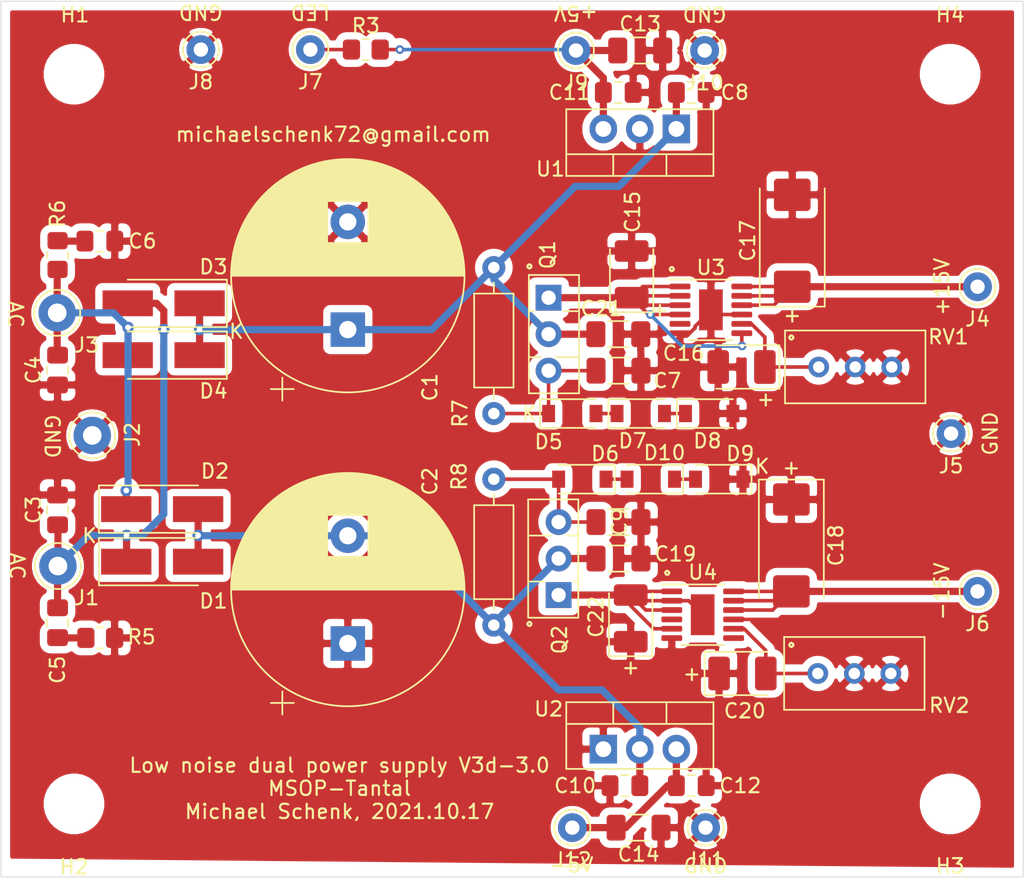
<source format=kicad_pcb>
(kicad_pcb (version 20171130) (host pcbnew "(5.1.10-0-10_14)")
  (layers (0 F.Cu signal) (31 B.Cu signal) (34 B.Paste user) (35 F.Paste user) (36 B.SilkS user) (37 F.SilkS user) (38 B.Mask user) (39 F.Mask user) (44 Edge.Cuts user))
  (net 0 "")
  (net 1 GND)
  (net 2 "Net-(C1-Pad1)")
  (net 3 "Net-(C4-Pad2)")
  (net 4 "Net-(C10-Pad2)")
  (net 5 "Net-(C11-Pad1)")
  (net 6 "Net-(C12-Pad2)")
  (net 7 "Net-(J7-Pad1)")
  (net 8 "Net-(C7-Pad1)")
  (net 9 "Net-(C9-Pad2)")
  (net 10 "Net-(C17-Pad1)")
  (net 11 "Net-(C18-Pad2)")
  (net 12 "Net-(C3-Pad1)")
  (net 13 "Net-(C5-Pad2)")
  (net 14 "Net-(C6-Pad2)")
  (net 15 "Net-(C20-Pad2)")
  (net 16 "Net-(D5-Pad2)")
  (net 17 "Net-(D10-Pad2)")
  (net 18 "Net-(D7-Pad2)")
  (net 19 "Net-(D10-Pad1)")
  (net 20 "Net-(C15-Pad1)")
  (net 21 "Net-(C16-Pad1)")
  (net 22 "Net-(C19-Pad2)")
  (module Capacitor_Tantalum_SMD:CP_EIA-7343-31_Kemet-D_Pad2.25x2.55mm_HandSolder (layer F.Cu) (at 135.001 65.8245 270)
    (fp_text reference C18 (at 0 -3.1 90) (layer F.SilkS))
    (fp_text value 33uF/25V)
    (pad 2 smd roundrect (at 3.2 0 270) (size 2.25 2.55) (layers F.Cu F.Paste F.Mask) (roundrect_rratio 0.111111) (net 11 "Net-(C18-Pad2)"))
    (pad 1 smd roundrect (at -3.2 0 270) (size 2.25 2.55) (layers F.Cu F.Paste F.Mask) (roundrect_rratio 0.111111) (net 1 GND))
  )
  (module Capacitor_Tantalum_SMD:CP_EIA-7343-31_Kemet-D_Pad2.25x2.55mm_HandSolder (layer F.Cu) (at 135.0645 44.6155 90)
    (fp_text reference C17 (at 0 -3.1 90) (layer F.SilkS))
    (fp_text value 33uF/25V)
    (pad 2 smd roundrect (at 3.2 0 90) (size 2.25 2.55) (layers F.Cu F.Paste F.Mask) (roundrect_rratio 0.111111) (net 1 GND))
    (pad 1 smd roundrect (at -3.2 0 90) (size 2.25 2.55) (layers F.Cu F.Paste F.Mask) (roundrect_rratio 0.111111) (net 10 "Net-(C17-Pad1)"))
  )
  (module Capacitor_Tantalum_SMD:CP_EIA-3528-15_AVX-H_Pad1.50x2.35mm_HandSolder (layer F.Cu) (at 131.5345 53.4035 180)
    (fp_text reference C16 (at 4.0265 0.9525) (layer F.SilkS))
    (fp_text value 4.7uF/35V)
    (pad 2 smd roundrect (at 1.625 0 180) (size 1.5 2.35) (layers F.Cu F.Paste F.Mask) (roundrect_rratio 0.166667) (net 1 GND))
    (pad 1 smd roundrect (at -1.625 0 180) (size 1.5 2.35) (layers F.Cu F.Paste F.Mask) (roundrect_rratio 0.166667) (net 21 "Net-(C16-Pad1)"))
  )
  (module Package_SO:MSOP-12-1EP_3x4mm_P0.65mm_EP1.65x2.85mm (layer F.Cu) (at 128.8325 70.6495)
    (fp_text reference U4 (at 0 -2.95) (layer F.SilkS))
    (fp_text value LT3094xMSE)
    (pad 13 smd rect (at 0 0) (size 1.65 2.85) (layers F.Cu F.Mask) (net 22 "Net-(C19-Pad2)"))
    (pad 12 smd roundrect (at 2.15 -1.625) (size 1.45 0.4) (layers F.Cu F.Paste F.Mask) (net 11 "Net-(C18-Pad2)"))
    (pad 11 smd roundrect (at 2.15 -0.975) (size 1.45 0.4) (layers F.Cu F.Paste F.Mask) (net 11 "Net-(C18-Pad2)"))
    (pad 10 smd roundrect (at 2.15 -0.325) (size 1.45 0.4) (layers F.Cu F.Paste F.Mask) (net 11 "Net-(C18-Pad2)"))
    (pad 9 smd roundrect (at 2.15 0.325) (size 1.45 0.4) (layers F.Cu F.Paste F.Mask) (net 1 GND))
    (pad 8 smd roundrect (at 2.15 0.975) (size 1.45 0.4) (layers F.Cu F.Paste F.Mask) (net 15 "Net-(C20-Pad2)"))
    (pad 7 smd roundrect (at 2.15 1.625) (size 1.45 0.4) (layers F.Cu F.Paste F.Mask))
    (pad 6 smd roundrect (at -2.15 1.625) (size 1.45 0.4) (layers F.Cu F.Paste F.Mask) (net 1 GND))
    (pad 5 smd roundrect (at -2.15 0.975) (size 1.45 0.4) (layers F.Cu F.Paste F.Mask) (net 22 "Net-(C19-Pad2)"))
    (pad 4 smd roundrect (at -2.15 0.325) (size 1.45 0.4) (layers F.Cu F.Paste F.Mask))
    (pad 3 smd roundrect (at -2.15 -0.325) (size 1.45 0.4) (layers F.Cu F.Paste F.Mask) (net 22 "Net-(C19-Pad2)"))
    (pad 2 smd roundrect (at -2.15 -0.975) (size 1.45 0.4) (layers F.Cu F.Paste F.Mask) (net 22 "Net-(C19-Pad2)"))
    (pad 1 smd roundrect (at -2.15 -1.625) (size 1.45 0.4) (layers F.Cu F.Paste F.Mask) (net 22 "Net-(C19-Pad2)"))
  )
  (module Package_SO:MSOP-12-1EP_3x4mm_P0.65mm_EP1.65x2.85mm (layer F.Cu) (at 129.404 49.4255)
    (fp_text reference U3 (at 0 -2.95) (layer F.SilkS))
    (fp_text value LT3045xMSE)
    (pad 13 smd rect (at 0 0) (size 1.65 2.85) (layers F.Cu F.Mask) (net 1 GND))
    (pad 12 smd roundrect (at 2.15 -1.625) (size 1.45 0.4) (layers F.Cu F.Paste F.Mask) (net 10 "Net-(C17-Pad1)"))
    (pad 11 smd roundrect (at 2.15 -0.975) (size 1.45 0.4) (layers F.Cu F.Paste F.Mask) (net 10 "Net-(C17-Pad1)"))
    (pad 10 smd roundrect (at 2.15 -0.325) (size 1.45 0.4) (layers F.Cu F.Paste F.Mask) (net 10 "Net-(C17-Pad1)"))
    (pad 9 smd roundrect (at 2.15 0.325) (size 1.45 0.4) (layers F.Cu F.Paste F.Mask) (net 1 GND))
    (pad 8 smd roundrect (at 2.15 0.975) (size 1.45 0.4) (layers F.Cu F.Paste F.Mask) (net 21 "Net-(C16-Pad1)"))
    (pad 7 smd roundrect (at 2.15 1.625) (size 1.45 0.4) (layers F.Cu F.Paste F.Mask) (net 20 "Net-(C15-Pad1)"))
    (pad 6 smd roundrect (at -2.15 1.625) (size 1.45 0.4) (layers F.Cu F.Paste F.Mask) (net 1 GND))
    (pad 5 smd roundrect (at -2.15 0.975) (size 1.45 0.4) (layers F.Cu F.Paste F.Mask))
    (pad 4 smd roundrect (at -2.15 0.325) (size 1.45 0.4) (layers F.Cu F.Paste F.Mask) (net 20 "Net-(C15-Pad1)"))
    (pad 3 smd roundrect (at -2.15 -0.325) (size 1.45 0.4) (layers F.Cu F.Paste F.Mask) (net 20 "Net-(C15-Pad1)"))
    (pad 2 smd roundrect (at -2.15 -0.975) (size 1.45 0.4) (layers F.Cu F.Paste F.Mask) (net 20 "Net-(C15-Pad1)"))
    (pad 1 smd roundrect (at -2.15 -1.625) (size 1.45 0.4) (layers F.Cu F.Paste F.Mask) (net 20 "Net-(C15-Pad1)"))
  )
  (module Capacitor_SMD:C_1206_3216Metric_Pad1.33x1.80mm_HandSolder (layer F.Cu) (at 122.9745 66.7385 180)
    (fp_text reference C22 (at 1.5625 -4.064 270) (layer F.SilkS))
    (fp_text value 4.7uF/50V)
    (pad 2 smd roundrect (at 1.5625 0 180) (size 1.325 1.8) (layers F.Cu F.Paste F.Mask) (roundrect_rratio 0.188679) (net 4 "Net-(C10-Pad2)"))
    (pad 1 smd roundrect (at -1.5625 0 180) (size 1.325 1.8) (layers F.Cu F.Paste F.Mask) (roundrect_rratio 0.188679) (net 1 GND))
  )
  (module Capacitor_SMD:C_1206_3216Metric_Pad1.33x1.80mm_HandSolder (layer F.Cu) (at 122.961 51.1175)
    (fp_text reference C21 (at -1.168 -1.778) (layer F.SilkS))
    (fp_text value 4.7uF/50V)
    (pad 2 smd roundrect (at 1.5625 0) (size 1.325 1.8) (layers F.Cu F.Paste F.Mask) (roundrect_rratio 0.188679) (net 1 GND))
    (pad 1 smd roundrect (at -1.5625 0) (size 1.325 1.8) (layers F.Cu F.Paste F.Mask) (roundrect_rratio 0.188679) (net 2 "Net-(C1-Pad1)"))
  )
  (module Capacitor_Tantalum_SMD:CP_EIA-3528-15_AVX-H_Pad1.50x2.35mm_HandSolder (layer F.Cu) (at 131.598 74.7395)
    (fp_text reference C20 (at 0.1645 2.6035) (layer F.SilkS))
    (fp_text value 4.7uF/35V)
    (pad 2 smd roundrect (at 1.625 0) (size 1.5 2.35) (layers F.Cu F.Paste F.Mask) (roundrect_rratio 0.166667) (net 15 "Net-(C20-Pad2)"))
    (pad 1 smd roundrect (at -1.625 0) (size 1.5 2.35) (layers F.Cu F.Paste F.Mask) (roundrect_rratio 0.166667) (net 1 GND))
  )
  (module Capacitor_Tantalum_SMD:CP_EIA-3528-15_AVX-H_Pad1.50x2.35mm_HandSolder (layer F.Cu) (at 123.825 70.9035 90)
    (fp_text reference C19 (at 4.4825 3.1115 180) (layer F.SilkS))
    (fp_text value 4.7uF/35V)
    (pad 2 smd roundrect (at 1.625 0 90) (size 1.5 2.35) (layers F.Cu F.Paste F.Mask) (roundrect_rratio 0.166667) (net 22 "Net-(C19-Pad2)"))
    (pad 1 smd roundrect (at -1.625 0 90) (size 1.5 2.35) (layers F.Cu F.Paste F.Mask) (roundrect_rratio 0.166667) (net 1 GND))
  )
  (module Capacitor_Tantalum_SMD:CP_EIA-3528-15_AVX-H_Pad1.50x2.35mm_HandSolder (layer F.Cu) (at 123.8885 46.9525 90)
    (fp_text reference C15 (at 4.344 0.0635 90) (layer F.SilkS))
    (fp_text value 4.7uF/35V)
    (pad 2 smd roundrect (at 1.625 0 90) (size 1.5 2.35) (layers F.Cu F.Paste F.Mask) (roundrect_rratio 0.166667) (net 1 GND))
    (pad 1 smd roundrect (at -1.625 0 90) (size 1.5 2.35) (layers F.Cu F.Paste F.Mask) (roundrect_rratio 0.166667) (net 20 "Net-(C15-Pad1)"))
  )
  (module Capacitor_SMD:C_1206_3216Metric_Pad1.33x1.80mm_HandSolder (layer F.Cu) (at 122.9745 64.1985 180)
    (fp_text reference C9 (at -0.0885 0 90) (layer F.SilkS))
    (fp_text value 4.7uF/50V)
    (pad 2 smd roundrect (at 1.5625 0 180) (size 1.325 1.8) (layers F.Cu F.Paste F.Mask) (roundrect_rratio 0.188679) (net 9 "Net-(C9-Pad2)"))
    (pad 1 smd roundrect (at -1.5625 0 180) (size 1.325 1.8) (layers F.Cu F.Paste F.Mask) (roundrect_rratio 0.188679) (net 1 GND))
  )
  (module Capacitor_SMD:C_1206_3216Metric_Pad1.33x1.80mm_HandSolder (layer F.Cu) (at 122.9745 53.6575)
    (fp_text reference C7 (at 3.3905 0.6985) (layer F.SilkS))
    (fp_text value 4.7uF/50V)
    (pad 2 smd roundrect (at 1.5625 0) (size 1.325 1.8) (layers F.Cu F.Paste F.Mask) (roundrect_rratio 0.188679) (net 1 GND))
    (pad 1 smd roundrect (at -1.5625 0) (size 1.325 1.8) (layers F.Cu F.Paste F.Mask) (roundrect_rratio 0.188679) (net 8 "Net-(C7-Pad1)"))
  )
  (module Connector_Pin:Pin_D1.0mm_L10.0mm (layer F.Cu) (at 119.761 85.471)
    (fp_text reference J12 (at 0 2.25) (layer F.SilkS))
    (fp_text value -5V)
    (pad 1 thru_hole circle (at 0 0) (size 2 2) (drill 1) (layers *.Cu *.Mask) (net 6 "Net-(C12-Pad2)"))
  )
  (module Connector_Pin:Pin_D1.0mm_L10.0mm (layer F.Cu) (at 129.032 85.471)
    (fp_text reference J11 (at 0 2.25) (layer F.SilkS))
    (fp_text value GND)
    (pad 1 thru_hole circle (at 0 0) (size 2 2) (drill 1) (layers *.Cu *.Mask) (net 1 GND))
  )
  (module Connector_Pin:Pin_D1.0mm_L10.0mm (layer F.Cu) (at 128.9685 31.369)
    (fp_text reference J10 (at 0 2.25) (layer F.SilkS))
    (fp_text value GND)
    (pad 1 thru_hole circle (at 0 0) (size 2 2) (drill 1) (layers *.Cu *.Mask) (net 1 GND))
  )
  (module Connector_Pin:Pin_D1.0mm_L10.0mm (layer F.Cu) (at 120.015 31.369)
    (fp_text reference J9 (at 0 2.25) (layer F.SilkS))
    (fp_text value +5V)
    (pad 1 thru_hole circle (at 0 0) (size 2 2) (drill 1) (layers *.Cu *.Mask) (net 5 "Net-(C11-Pad1)"))
  )
  (module Connector_Pin:Pin_D1.0mm_L10.0mm (layer F.Cu) (at 93.9165 31.3055)
    (fp_text reference J8 (at 0 2.25) (layer F.SilkS))
    (fp_text value GND)
    (pad 1 thru_hole circle (at 0 0) (size 2 2) (drill 1) (layers *.Cu *.Mask) (net 1 GND))
  )
  (module Connector_Pin:Pin_D1.0mm_L10.0mm (layer F.Cu) (at 101.5365 31.3055)
    (fp_text reference J7 (at 0 2.25) (layer F.SilkS))
    (fp_text value LED)
    (pad 1 thru_hole circle (at 0 0) (size 2 2) (drill 1) (layers *.Cu *.Mask) (net 7 "Net-(J7-Pad1)"))
  )
  (module Connector_Pin:Pin_D1.0mm_L10.0mm (layer F.Cu) (at 147.955 69.0245)
    (fp_text reference J6 (at 0 2.25) (layer F.SilkS))
    (fp_text value -15V)
    (pad 1 thru_hole circle (at 0 0) (size 2 2) (drill 1) (layers *.Cu *.Mask) (net 11 "Net-(C18-Pad2)"))
  )
  (module Connector_Pin:Pin_D1.0mm_L10.0mm (layer F.Cu) (at 146.1135 58.039)
    (fp_text reference J5 (at 0 2.25) (layer F.SilkS))
    (fp_text value GND)
    (pad 1 thru_hole circle (at 0 0) (size 2 2) (drill 1) (layers *.Cu *.Mask) (net 1 GND))
  )
  (module Connector_Pin:Pin_D1.0mm_L10.0mm (layer F.Cu) (at 147.955 47.8155)
    (fp_text reference J4 (at 0 2.25) (layer F.SilkS))
    (fp_text value +15V)
    (pad 1 thru_hole circle (at 0 0) (size 2 2) (drill 1) (layers *.Cu *.Mask) (net 10 "Net-(C17-Pad1)"))
  )
  (module Diode_SMD:D_SOD-123 (layer F.Cu) (at 125.221 61.214 180)
    (fp_text reference D10 (at -0.9535 1.8415) (layer F.SilkS))
    (fp_text value MMSZ5232B/5.6V)
    (pad 2 smd rect (at 1.65 0 180) (size 0.9 1.2) (layers F.Cu F.Paste F.Mask) (net 17 "Net-(D10-Pad2)"))
    (pad 1 smd rect (at -1.65 0 180) (size 0.9 1.2) (layers F.Cu F.Paste F.Mask) (net 19 "Net-(D10-Pad1)"))
  )
  (module Diode_SMD:D_SOD-123 (layer F.Cu) (at 129.9835 61.214 180)
    (fp_text reference D9 (at -1.4615 1.778) (layer F.SilkS))
    (fp_text value MMSZ5232B/5.6V)
    (pad 2 smd rect (at 1.65 0 180) (size 0.9 1.2) (layers F.Cu F.Paste F.Mask) (net 19 "Net-(D10-Pad1)"))
    (pad 1 smd rect (at -1.65 0 180) (size 0.9 1.2) (layers F.Cu F.Paste F.Mask) (net 1 GND))
  )
  (module Diode_SMD:D_SOD-123 (layer F.Cu) (at 129.285 56.642)
    (fp_text reference D8 (at -0.126 1.905) (layer F.SilkS))
    (fp_text value MMSZ5232B/5.6V)
    (pad 2 smd rect (at 1.65 0) (size 0.9 1.2) (layers F.Cu F.Paste F.Mask) (net 1 GND))
    (pad 1 smd rect (at -1.65 0) (size 0.9 1.2) (layers F.Cu F.Paste F.Mask) (net 18 "Net-(D7-Pad2)"))
  )
  (module Diode_SMD:D_SOD-123 (layer F.Cu) (at 124.5225 56.642)
    (fp_text reference D7 (at -0.5705 1.905) (layer F.SilkS))
    (fp_text value MMSZ5232B/5.6V)
    (pad 2 smd rect (at 1.65 0) (size 0.9 1.2) (layers F.Cu F.Paste F.Mask) (net 18 "Net-(D7-Pad2)"))
    (pad 1 smd rect (at -1.65 0) (size 0.9 1.2) (layers F.Cu F.Paste F.Mask) (net 16 "Net-(D5-Pad2)"))
  )
  (module Capacitor_SMD:C_1206_3216Metric_Pad1.33x1.80mm_HandSolder (layer F.Cu) (at 124.3715 85.471 180)
    (fp_text reference C14 (at 0 -1.85) (layer F.SilkS))
    (fp_text value 10uF/25V)
    (pad 2 smd roundrect (at 1.5625 0 180) (size 1.325 1.8) (layers F.Cu F.Paste F.Mask) (roundrect_rratio 0.1886784905660377) (net 6 "Net-(C12-Pad2)"))
    (pad 1 smd roundrect (at -1.5625 0 180) (size 1.325 1.8) (layers F.Cu F.Paste F.Mask) (roundrect_rratio 0.1886784905660377) (net 1 GND))
  )
  (module Capacitor_SMD:C_1206_3216Metric_Pad1.33x1.80mm_HandSolder (layer F.Cu) (at 124.485 31.369)
    (fp_text reference C13 (at 0 -1.85) (layer F.SilkS))
    (fp_text value 10uF/25V)
    (pad 2 smd roundrect (at 1.5625 0) (size 1.325 1.8) (layers F.Cu F.Paste F.Mask) (roundrect_rratio 0.1886784905660377) (net 1 GND))
    (pad 1 smd roundrect (at -1.5625 0) (size 1.325 1.8) (layers F.Cu F.Paste F.Mask) (roundrect_rratio 0.1886784905660377) (net 5 "Net-(C11-Pad1)"))
  )
  (module Capacitor_SMD:C_0805_2012Metric_Pad1.18x1.45mm_HandSolder (layer F.Cu) (at 122.9575 34.29)
    (fp_text reference C11 (at -3.387 0) (layer F.SilkS))
    (fp_text value 100nF)
    (pad 2 smd roundrect (at 1.0375 0) (size 1.175 1.45) (layers F.Cu F.Paste F.Mask) (roundrect_rratio 0.2127659574468085) (net 1 GND))
    (pad 1 smd roundrect (at -1.0375 0) (size 1.175 1.45) (layers F.Cu F.Paste F.Mask) (roundrect_rratio 0.2127659574468085) (net 5 "Net-(C11-Pad1)"))
  )
  (module Resistor_THT:R_Axial_DIN0207_L6.3mm_D2.5mm_P10.16mm_Horizontal (layer F.Cu) (at 114.3 61.214 270)
    (fp_text reference R8 (at -0.1905 2.413 90) (layer F.SilkS))
    (fp_text value 430R/0.6W)
    (pad 2 thru_hole oval (at 10.16 0 270) (size 1.6 1.6) (drill 0.8) (layers *.Cu *.Mask) (net 4 "Net-(C10-Pad2)"))
    (pad 1 thru_hole circle (at 0 0 270) (size 1.6 1.6) (drill 0.8) (layers *.Cu *.Mask) (net 9 "Net-(C9-Pad2)"))
  )
  (module Resistor_THT:R_Axial_DIN0207_L6.3mm_D2.5mm_P10.16mm_Horizontal (layer F.Cu) (at 114.3 46.482 270)
    (fp_text reference R7 (at 10.16 2.3495 90) (layer F.SilkS))
    (fp_text value 430R/0.6W)
    (pad 2 thru_hole oval (at 10.16 0 270) (size 1.6 1.6) (drill 0.8) (layers *.Cu *.Mask) (net 8 "Net-(C7-Pad1)"))
    (pad 1 thru_hole circle (at 0 0 270) (size 1.6 1.6) (drill 0.8) (layers *.Cu *.Mask) (net 2 "Net-(C1-Pad1)"))
  )
  (module Resistor_SMD:R_0805_2012Metric_Pad1.20x1.40mm_HandSolder (layer F.Cu) (at 83.947 45.609 270)
    (fp_text reference R6 (at -2.8735 0 90) (layer F.SilkS))
    (fp_text value Rs/1/8W)
    (pad 2 smd roundrect (at 1 0 270) (size 1.2 1.4) (layers F.Cu F.Paste F.Mask) (roundrect_rratio 0.2083325) (net 3 "Net-(C4-Pad2)"))
    (pad 1 smd roundrect (at -1 0 270) (size 1.2 1.4) (layers F.Cu F.Paste F.Mask) (roundrect_rratio 0.2083325) (net 14 "Net-(C6-Pad2)"))
  )
  (module Resistor_SMD:R_0805_2012Metric_Pad1.20x1.40mm_HandSolder (layer F.Cu) (at 86.9155 72.263)
    (fp_text reference R5 (at 2.8735 -0.0635) (layer F.SilkS))
    (fp_text value Rs/1/8W)
    (pad 2 smd roundrect (at 1 0) (size 1.2 1.4) (layers F.Cu F.Paste F.Mask) (roundrect_rratio 0.2083325) (net 1 GND))
    (pad 1 smd roundrect (at -1 0) (size 1.2 1.4) (layers F.Cu F.Paste F.Mask) (roundrect_rratio 0.2083325) (net 13 "Net-(C5-Pad2)"))
  )
  (module Package_TO_SOT_THT:TO-126-3_Vertical (layer F.Cu) (at 118.8085 69.2785 90)
    (fp_text reference Q2 (at -3.1115 0.0635 90) (layer F.SilkS))
    (fp_text value BD140)
    (pad 3 thru_hole oval (at 5.08 0 90) (size 1.8 1.8) (drill 1) (layers *.Cu *.Mask) (net 9 "Net-(C9-Pad2)"))
    (pad 2 thru_hole oval (at 2.54 0 90) (size 1.8 1.8) (drill 1) (layers *.Cu *.Mask) (net 4 "Net-(C10-Pad2)"))
    (pad 1 thru_hole rect (at 0 0 90) (size 1.8 1.8) (drill 1) (layers *.Cu *.Mask) (net 22 "Net-(C19-Pad2)"))
  )
  (module Package_TO_SOT_THT:TO-126-3_Vertical (layer F.Cu) (at 118.11 48.5775 270)
    (fp_text reference Q1 (at -2.9845 0.0635 90) (layer F.SilkS))
    (fp_text value BD139)
    (pad 3 thru_hole oval (at 5.08 0 270) (size 1.8 1.8) (drill 1) (layers *.Cu *.Mask) (net 8 "Net-(C7-Pad1)"))
    (pad 2 thru_hole oval (at 2.54 0 270) (size 1.8 1.8) (drill 1) (layers *.Cu *.Mask) (net 2 "Net-(C1-Pad1)"))
    (pad 1 thru_hole rect (at 0 0 270) (size 1.8 1.8) (drill 1) (layers *.Cu *.Mask) (net 20 "Net-(C15-Pad1)"))
  )
  (module Diode_SMD:D_SOD-123 (layer F.Cu) (at 120.4585 61.214 180)
    (fp_text reference D6 (at -1.5885 1.778) (layer F.SilkS))
    (fp_text value MMSZ5232B/5.6V)
    (pad 2 smd rect (at 1.65 0 180) (size 0.9 1.2) (layers F.Cu F.Paste F.Mask) (net 9 "Net-(C9-Pad2)"))
    (pad 1 smd rect (at -1.65 0 180) (size 0.9 1.2) (layers F.Cu F.Paste F.Mask) (net 17 "Net-(D10-Pad2)"))
  )
  (module Diode_SMD:D_SOD-123 (layer F.Cu) (at 119.76 56.642)
    (fp_text reference D5 (at -1.65 1.9685) (layer F.SilkS))
    (fp_text value MMSZ5232B/5.6V)
    (pad 2 smd rect (at 1.65 0) (size 0.9 1.2) (layers F.Cu F.Paste F.Mask) (net 16 "Net-(D5-Pad2)"))
    (pad 1 smd rect (at -1.65 0) (size 0.9 1.2) (layers F.Cu F.Paste F.Mask) (net 8 "Net-(C7-Pad1)"))
  )
  (module Capacitor_SMD:C_0805_2012Metric_Pad1.18x1.45mm_HandSolder (layer F.Cu) (at 86.8895 44.6405 180)
    (fp_text reference C6 (at -2.963 0) (layer F.SilkS))
    (fp_text value Cs/50V)
    (pad 2 smd roundrect (at 1.0375 0 180) (size 1.175 1.45) (layers F.Cu F.Paste F.Mask) (roundrect_rratio 0.2127659574468085) (net 14 "Net-(C6-Pad2)"))
    (pad 1 smd roundrect (at -1.0375 0 180) (size 1.175 1.45) (layers F.Cu F.Paste F.Mask) (roundrect_rratio 0.2127659574468085) (net 1 GND))
  )
  (module Capacitor_SMD:C_0805_2012Metric_Pad1.18x1.45mm_HandSolder (layer F.Cu) (at 83.947 71.205 270)
    (fp_text reference C5 (at 3.2805 0 90) (layer F.SilkS))
    (fp_text value Cs/50V)
    (pad 2 smd roundrect (at 1.0375 0 270) (size 1.175 1.45) (layers F.Cu F.Paste F.Mask) (roundrect_rratio 0.2127659574468085) (net 13 "Net-(C5-Pad2)"))
    (pad 1 smd roundrect (at -1.0375 0 270) (size 1.175 1.45) (layers F.Cu F.Paste F.Mask) (roundrect_rratio 0.2127659574468085) (net 12 "Net-(C3-Pad1)"))
  )
  (module Capacitor_SMD:C_0805_2012Metric_Pad1.18x1.45mm_HandSolder (layer F.Cu) (at 83.947 53.6155 90)
    (fp_text reference C4 (at 0 -1.68 90) (layer F.SilkS))
    (fp_text value Cx/10nF/50V)
    (pad 2 smd roundrect (at 1.0375 0 90) (size 1.175 1.45) (layers F.Cu F.Paste F.Mask) (roundrect_rratio 0.2127659574468085) (net 3 "Net-(C4-Pad2)"))
    (pad 1 smd roundrect (at -1.0375 0 90) (size 1.175 1.45) (layers F.Cu F.Paste F.Mask) (roundrect_rratio 0.2127659574468085) (net 1 GND))
  )
  (module Capacitor_SMD:C_0805_2012Metric_Pad1.18x1.45mm_HandSolder (layer F.Cu) (at 83.947 63.3515 90)
    (fp_text reference C3 (at 0 -1.68 90) (layer F.SilkS))
    (fp_text value Cx/10nF/50V)
    (pad 2 smd roundrect (at 1.0375 0 90) (size 1.175 1.45) (layers F.Cu F.Paste F.Mask) (roundrect_rratio 0.2127659574468085) (net 1 GND))
    (pad 1 smd roundrect (at -1.0375 0 90) (size 1.175 1.45) (layers F.Cu F.Paste F.Mask) (roundrect_rratio 0.2127659574468085) (net 12 "Net-(C3-Pad1)"))
  )
  (module Package_TO_SOT_THT:TO-220-3_Vertical (layer F.Cu) (at 121.92 80.01)
    (fp_text reference U2 (at -3.81 -2.794) (layer F.SilkS))
    (fp_text value LM7905_TO220)
    (pad 3 thru_hole oval (at 5.08 0) (size 1.905 2) (drill 1.1) (layers *.Cu *.Mask) (net 6 "Net-(C12-Pad2)"))
    (pad 2 thru_hole oval (at 2.54 0) (size 1.905 2) (drill 1.1) (layers *.Cu *.Mask) (net 4 "Net-(C10-Pad2)"))
    (pad 1 thru_hole rect (at 0 0) (size 1.905 2) (drill 1.1) (layers *.Cu *.Mask) (net 1 GND))
  )
  (module Package_TO_SOT_THT:TO-220-3_Vertical (layer F.Cu) (at 127 36.83 180)
    (fp_text reference U1 (at 8.763 -2.794) (layer F.SilkS))
    (fp_text value LM7805_TO220)
    (pad 3 thru_hole oval (at 5.08 0 180) (size 1.905 2) (drill 1.1) (layers *.Cu *.Mask) (net 5 "Net-(C11-Pad1)"))
    (pad 2 thru_hole oval (at 2.54 0 180) (size 1.905 2) (drill 1.1) (layers *.Cu *.Mask) (net 1 GND))
    (pad 1 thru_hole rect (at 0 0 180) (size 1.905 2) (drill 1.1) (layers *.Cu *.Mask) (net 2 "Net-(C1-Pad1)"))
  )
  (module Diode_SMD:D_SMA_Handsoldering (layer F.Cu) (at 91.3276 52.578 180)
    (fp_text reference D4 (at -3.4652 -2.5) (layer F.SilkS))
    (fp_text value BYG20D)
    (pad 2 smd rect (at 2.5 0 180) (size 3.5 1.8) (layers F.Cu F.Paste F.Mask) (net 3 "Net-(C4-Pad2)"))
    (pad 1 smd rect (at -2.5 0 180) (size 3.5 1.8) (layers F.Cu F.Paste F.Mask) (net 2 "Net-(C1-Pad1)"))
  )
  (module Diode_SMD:D_SMA_Handsoldering (layer F.Cu) (at 91.3276 48.9712 180)
    (fp_text reference D3 (at -3.4652 2.54) (layer F.SilkS))
    (fp_text value BYG20D)
    (pad 2 smd rect (at 2.5 0 180) (size 3.5 1.8) (layers F.Cu F.Paste F.Mask) (net 12 "Net-(C3-Pad1)"))
    (pad 1 smd rect (at -2.5 0 180) (size 3.5 1.8) (layers F.Cu F.Paste F.Mask) (net 2 "Net-(C1-Pad1)"))
  )
  (module Diode_SMD:D_SMA_Handsoldering (layer F.Cu) (at 91.226 63.2968)
    (fp_text reference D2 (at 3.6684 -2.6416) (layer F.SilkS))
    (fp_text value BYG20D)
    (pad 2 smd rect (at 2.5 0) (size 3.5 1.8) (layers F.Cu F.Paste F.Mask) (net 4 "Net-(C10-Pad2)"))
    (pad 1 smd rect (at -2.5 0) (size 3.5 1.8) (layers F.Cu F.Paste F.Mask) (net 3 "Net-(C4-Pad2)"))
  )
  (module Diode_SMD:D_SMA_Handsoldering (layer F.Cu) (at 91.226 66.9544)
    (fp_text reference D1 (at 3.5668 2.7432) (layer F.SilkS))
    (fp_text value BYG20D)
    (pad 2 smd rect (at 2.5 0) (size 3.5 1.8) (layers F.Cu F.Paste F.Mask) (net 4 "Net-(C10-Pad2)"))
    (pad 1 smd rect (at -2.5 0) (size 3.5 1.8) (layers F.Cu F.Paste F.Mask) (net 12 "Net-(C3-Pad1)"))
  )
  (module Capacitor_THT:CP_Radial_D16.0mm_P7.50mm (layer F.Cu) (at 104.14 72.651 90)
    (fp_text reference C2 (at 11.2846 5.715 90) (layer F.SilkS))
    (fp_text value 2200uF)
    (pad 2 thru_hole circle (at 7.5 0 90) (size 2.4 2.4) (drill 1.2) (layers *.Cu *.Mask) (net 4 "Net-(C10-Pad2)"))
    (pad 1 thru_hole rect (at 0 0 90) (size 2.4 2.4) (drill 1.2) (layers *.Cu *.Mask) (net 1 GND))
  )
  (module Capacitor_THT:CP_Radial_D16.0mm_P7.50mm (layer F.Cu) (at 104.14 50.8 90)
    (fp_text reference C1 (at -4.0132 5.715 90) (layer F.SilkS))
    (fp_text value 2200uF)
    (pad 2 thru_hole circle (at 7.5 0 90) (size 2.4 2.4) (drill 1.2) (layers *.Cu *.Mask) (net 1 GND))
    (pad 1 thru_hole rect (at 0 0 90) (size 2.4 2.4) (drill 1.2) (layers *.Cu *.Mask) (net 2 "Net-(C1-Pad1)"))
  )
  (module Resistor_SMD:R_0805_2012Metric_Pad1.20x1.40mm_HandSolder (layer F.Cu) (at 105.394 31.3055)
    (fp_text reference R3 (at 0 -1.65) (layer F.SilkS))
    (fp_text value 240R)
    (pad 2 smd roundrect (at 1 0) (size 1.2 1.4) (layers F.Cu F.Paste F.Mask) (roundrect_rratio 0.2083325) (net 5 "Net-(C11-Pad1)"))
    (pad 1 smd roundrect (at -1 0) (size 1.2 1.4) (layers F.Cu F.Paste F.Mask) (roundrect_rratio 0.2083325) (net 7 "Net-(J7-Pad1)"))
  )
  (module Capacitor_SMD:C_0805_2012Metric_Pad1.18x1.45mm_HandSolder (layer F.Cu) (at 128.0375 82.55 180)
    (fp_text reference C12 (at -3.4075 0) (layer F.SilkS))
    (fp_text value 100nF)
    (pad 2 smd roundrect (at 1.0375 0 180) (size 1.175 1.45) (layers F.Cu F.Paste F.Mask) (roundrect_rratio 0.2127659574468085) (net 6 "Net-(C12-Pad2)"))
    (pad 1 smd roundrect (at -1.0375 0 180) (size 1.175 1.45) (layers F.Cu F.Paste F.Mask) (roundrect_rratio 0.2127659574468085) (net 1 GND))
  )
  (module Capacitor_SMD:C_0805_2012Metric_Pad1.18x1.45mm_HandSolder (layer F.Cu) (at 123.4225 82.55)
    (fp_text reference C10 (at -3.471 0) (layer F.SilkS))
    (fp_text value 330nF)
    (pad 2 smd roundrect (at 1.0375 0) (size 1.175 1.45) (layers F.Cu F.Paste F.Mask) (roundrect_rratio 0.2127659574468085) (net 4 "Net-(C10-Pad2)"))
    (pad 1 smd roundrect (at -1.0375 0) (size 1.175 1.45) (layers F.Cu F.Paste F.Mask) (roundrect_rratio 0.2127659574468085) (net 1 GND))
  )
  (module Capacitor_SMD:C_0805_2012Metric_Pad1.18x1.45mm_HandSolder (layer F.Cu) (at 128.0375 34.29)
    (fp_text reference C8 (at 3.0265 0) (layer F.SilkS))
    (fp_text value 330nF)
    (pad 2 smd roundrect (at 1.0375 0) (size 1.175 1.45) (layers F.Cu F.Paste F.Mask) (roundrect_rratio 0.2127659574468085) (net 1 GND))
    (pad 1 smd roundrect (at -1.0375 0) (size 1.175 1.45) (layers F.Cu F.Paste F.Mask) (roundrect_rratio 0.2127659574468085) (net 2 "Net-(C1-Pad1)"))
  )
  (module Potentiometer_THT:Potentiometer_Bourns_3296W_Vertical (layer F.Cu) (at 136.8425 74.7395 180)
    (fp_text reference RV2 (at -9.144 -2.2225) (layer F.SilkS))
    (fp_text value 200k)
    (pad 3 thru_hole circle (at -5.08 0 180) (size 1.44 1.44) (drill 0.8) (layers *.Cu *.Mask) (net 1 GND))
    (pad 2 thru_hole circle (at -2.54 0 180) (size 1.44 1.44) (drill 0.8) (layers *.Cu *.Mask) (net 1 GND))
    (pad 1 thru_hole circle (at 0 0 180) (size 1.44 1.44) (drill 0.8) (layers *.Cu *.Mask) (net 15 "Net-(C20-Pad2)"))
  )
  (module Potentiometer_THT:Potentiometer_Bourns_3296W_Vertical (layer F.Cu) (at 136.906 53.4035 180)
    (fp_text reference RV1 (at -9.017 2.0955) (layer F.SilkS))
    (fp_text value 200k)
    (pad 3 thru_hole circle (at -5.08 0 180) (size 1.44 1.44) (drill 0.8) (layers *.Cu *.Mask) (net 1 GND))
    (pad 2 thru_hole circle (at -2.54 0 180) (size 1.44 1.44) (drill 0.8) (layers *.Cu *.Mask) (net 1 GND))
    (pad 1 thru_hole circle (at 0 0 180) (size 1.44 1.44) (drill 0.8) (layers *.Cu *.Mask) (net 21 "Net-(C16-Pad1)"))
  )
  (module Connector_Pin:Pin_D1.3mm_L11.0mm (layer F.Cu) (at 83.9216 49.6316)
    (fp_text reference J3 (at 2.0574 2.2479 180) (layer F.SilkS))
    (fp_text value AC)
    (pad 1 thru_hole circle (at 0 0) (size 2.6 2.6) (drill 1.3) (layers *.Cu *.Mask) (net 3 "Net-(C4-Pad2)"))
  )
  (module Connector_Pin:Pin_D1.3mm_L11.0mm (layer F.Cu) (at 86.36 58.166)
    (fp_text reference J2 (at 2.794 -0.0635 270) (layer F.SilkS))
    (fp_text value GND)
    (pad 1 thru_hole circle (at 0 0) (size 2.6 2.6) (drill 1.3) (layers *.Cu *.Mask) (net 1 GND))
  )
  (module Connector_Pin:Pin_D1.3mm_L11.0mm (layer F.Cu) (at 83.9724 67.2592)
    (fp_text reference J1 (at 2.0066 2.2098) (layer F.SilkS))
    (fp_text value AC)
    (pad 1 thru_hole circle (at 0 0) (size 2.6 2.6) (drill 1.3) (layers *.Cu *.Mask) (net 12 "Net-(C3-Pad1)"))
  )
  (module MountingHole:MountingHole_3.2mm_M3 (layer F.Cu) (at 146.05 33.02)
    (fp_text reference H4 (at 0 -4.1275) (layer F.SilkS))
    (fp_text value MountingHole)
    (pad 1 np_thru_hole circle (at 0 0) (size 3.2 3.2) (drill 3.2) (layers *.Cu *.Mask))
  )
  (module MountingHole:MountingHole_3.2mm_M3 (layer F.Cu) (at 146.05 83.82)
    (fp_text reference H3 (at 0 4.318) (layer F.SilkS))
    (fp_text value MountingHole)
    (pad 1 np_thru_hole circle (at 0 0) (size 3.2 3.2) (drill 3.2) (layers *.Cu *.Mask))
  )
  (module MountingHole:MountingHole_3.2mm_M3 (layer F.Cu) (at 85.09 83.82)
    (fp_text reference H2 (at 0 4.3815) (layer F.SilkS))
    (fp_text value MountingHole)
    (pad 1 np_thru_hole circle (at 0 0) (size 3.2 3.2) (drill 3.2) (layers *.Cu *.Mask))
  )
  (module MountingHole:MountingHole_3.2mm_M3 (layer F.Cu) (at 85.09 33.02)
    (fp_text reference H1 (at 0.0635 -4.1275) (layer F.SilkS))
    (fp_text value MountingHole)
    (pad 1 np_thru_hole circle (at 0 0) (size 3.2 3.2) (drill 3.2) (layers *.Cu *.Mask))
  )
  (gr_text + (at 135.001 60.3885) (layer F.SilkS) (effects (font (size 1 1))))
  (gr_text + (at 135.0645 49.784) (layer F.SilkS) (effects (font (size 1 1))))
  (gr_text + (at 123.825 74.295) (layer F.SilkS) (effects (font (size 1 1))))
  (gr_text + (at 125.857 49.403) (layer F.SilkS) (effects (font (size 1 1))))
  (gr_text + (at 133.223 55.626) (layer F.SilkS) (effects (font (size 1 1))))
  (gr_text ° (at 116.7765 71.6915) (layer F.SilkS) (effects (font (size 1 1))))
  (gr_text ° (at 116.7765 46.7995) (layer F.SilkS) (effects (font (size 1 1))))
  (gr_text + (at 128.0795 74.7395) (layer F.SilkS) (effects (font (size 1 1))))
  (gr_text ° (at 126.365 68.1355) (layer F.SilkS) (effects (font (size 1 1))))
  (gr_text ° (at 135.001 51.7525) (layer F.SilkS) (effects (font (size 1 1))))
  (gr_text ° (at 135.001 73.152) (layer F.SilkS) (effects (font (size 1 1))))
  (gr_text ° (at 126.6825 46.99) (layer F.SilkS) (effects (font (size 1 1))))
  (gr_text K (at 132.969 60.325) (layer F.SilkS) (effects (font (size 1 1))))
  (gr_text K (at 116.7765 56.642) (layer F.SilkS) (effects (font (size 1 1))))
  (gr_text K (at 86.1695 65.151) (layer F.SilkS) (effects (font (size 1 1))))
  (gr_text K (at 96.393 50.927) (layer F.SilkS) (effects (font (size 1 1))))
  (gr_text "Low noise dual power supply V3d-3.0\nMSOP-Tantal\nMichael Schenk, 2021.10.17" (at 103.5685 82.7405) (layer F.SilkS) (effects (font (size 1 1))))
  (gr_text GND (at 128.9685 28.829 180) (layer F.SilkS) (effects (font (size 1 1))))
  (gr_text +5V (at 120.015 28.7655 180) (layer F.SilkS) (effects (font (size 1 1))))
  (gr_text -5V (at 119.6975 88.0745) (layer F.SilkS) (effects (font (size 1 1))))
  (gr_text GND (at 129.032 88.138) (layer F.SilkS) (effects (font (size 1 1))))
  (gr_text GND (at 93.9165 28.702 180) (layer F.SilkS) (effects (font (size 1 1))))
  (gr_text LED (at 101.5365 28.702 180) (layer F.SilkS) (effects (font (size 1 1))))
  (gr_line (start 80.01 27.94) (end 80.01 88.9) (layer Edge.Cuts) (width 0.05))
  (gr_line (start 151.13 27.94) (end 80.01 27.94) (layer Edge.Cuts) (width 0.05))
  (gr_line (start 151.13 88.9) (end 151.13 27.94) (layer Edge.Cuts) (width 0.05))
  (gr_line (start 80.01 88.9) (end 151.13 88.9) (layer Edge.Cuts) (width 0.05))
  (gr_text michaelschenk72@gmail.com (at 103.124 37.211) (layer F.SilkS) (effects (font (size 1 1))))
  (gr_text GND (at 83.566 58.2295 270) (layer F.SilkS) (effects (font (size 1 1))))
  (gr_text AC (at 81.1276 67.2592 270) (layer F.SilkS) (effects (font (size 1 1))))
  (gr_text AC (at 81.026 49.7332 270) (layer F.SilkS) (effects (font (size 1 1))))
  (gr_text -15V (at 145.4785 69.0245 90) (layer F.SilkS) (effects (font (size 1 1))))
  (gr_text GND (at 148.844 58.039 90) (layer F.SilkS) (effects (font (size 1 1))))
  (gr_text +15V (at 145.4785 47.8155 90) (layer F.SilkS) (effects (font (size 1 1))))
  (segment (start 126.6825 72.2745) (end 126.6825 74.6125) (width 0.25) (layer F.Cu) (net 1))
  (segment (start 129.729 49.7505) (end 129.404 49.4255) (width 0.25) (layer F.Cu) (net 1))
  (segment (start 131.554 49.7505) (end 129.729 49.7505) (width 0.25) (layer F.Cu) (net 1))
  (segment (start 129.404 49.4755) (end 129.404 49.4255) (width 0.25) (layer F.Cu) (net 1))
  (segment (start 127.454 51.2505) (end 127.730058 51.2505) (width 0.25) (layer F.Cu) (net 1))
  (segment (start 128.30401 50.57549) (end 129.404 49.4755) (width 0.25) (layer F.Cu) (net 1))
  (segment (start 127.730058 51.2505) (end 128.30401 50.676548) (width 0.25) (layer F.Cu) (net 1))
  (segment (start 128.30401 50.676548) (end 128.30401 50.57549) (width 0.25) (layer F.Cu) (net 1))
  (segment (start 127.254 51.0505) (end 127.454 51.2505) (width 0.25) (layer F.Cu) (net 1))
  (segment (start 130.9825 70.9745) (end 134.03 70.9745) (width 0.25) (layer F.Cu) (net 1))
  (segment (start 134.03 70.9745) (end 134.366 71.3105) (width 0.25) (layer F.Cu) (net 1))
  (segment (start 93.8276 52.244) (end 93.7984 52.2732) (width 0.5) (layer F.Cu) (net 2))
  (via (at 93.8276 50.8) (size 0.8) (drill 0.4) (layers F.Cu B.Cu) (net 2))
  (segment (start 93.8276 50.8) (end 93.8276 48.9712) (width 0.5) (layer F.Cu) (net 2))
  (segment (start 93.8276 50.8) (end 93.8276 52.578) (width 0.5) (layer F.Cu) (net 2))
  (segment (start 109.982 50.8) (end 114.3 46.482) (width 0.5) (layer B.Cu) (net 2))
  (segment (start 104.14 50.8) (end 109.982 50.8) (width 0.5) (layer B.Cu) (net 2))
  (segment (start 114.3 47.3075) (end 114.3 46.482) (width 0.5) (layer B.Cu) (net 2))
  (segment (start 118.11 51.1175) (end 114.3 47.3075) (width 0.5) (layer B.Cu) (net 2))
  (segment (start 127 36.83) (end 127 34.29) (width 0.5) (layer F.Cu) (net 2))
  (segment (start 114.3 46.482) (end 119.9515 40.8305) (width 0.5) (layer B.Cu) (net 2))
  (segment (start 122.9995 40.8305) (end 127 36.83) (width 0.5) (layer B.Cu) (net 2))
  (segment (start 119.9515 40.8305) (end 122.9995 40.8305) (width 0.5) (layer B.Cu) (net 2))
  (segment (start 104.14 50.8) (end 93.8276 50.8) (width 0.5) (layer B.Cu) (net 2))
  (segment (start 121.3985 51.1175) (end 118.11 51.1175) (width 0.5) (layer F.Cu) (net 2))
  (segment (start 88.726 63.2968) (end 88.726 61.9976) (width 0.5) (layer F.Cu) (net 3))
  (segment (start 87.8332 49.6316) (end 88.8492 50.6476) (width 0.5) (layer B.Cu) (net 3))
  (via (at 88.8492 50.6476) (size 0.8) (drill 0.4) (layers F.Cu B.Cu) (net 3))
  (segment (start 83.9216 49.6316) (end 87.8332 49.6316) (width 0.5) (layer B.Cu) (net 3))
  (segment (start 88.8492 52.5564) (end 88.8276 52.578) (width 0.5) (layer F.Cu) (net 3))
  (segment (start 88.8492 50.6476) (end 88.8492 52.5564) (width 0.5) (layer F.Cu) (net 3))
  (via (at 88.726 61.9976) (size 0.8) (drill 0.4) (layers F.Cu B.Cu) (net 3))
  (segment (start 88.8492 61.8744) (end 88.726 61.9976) (width 0.5) (layer B.Cu) (net 3))
  (segment (start 88.8492 50.6476) (end 88.8492 61.8744) (width 0.5) (layer B.Cu) (net 3))
  (segment (start 83.9216 52.5526) (end 83.947 52.578) (width 0.5) (layer F.Cu) (net 3))
  (segment (start 83.9216 49.6316) (end 83.9216 52.5526) (width 0.5) (layer F.Cu) (net 3))
  (segment (start 83.9216 46.6344) (end 83.947 46.609) (width 0.5) (layer F.Cu) (net 3))
  (segment (start 83.9216 49.6316) (end 83.9216 46.6344) (width 0.5) (layer F.Cu) (net 3))
  (via (at 93.726 65.1256) (size 0.8) (drill 0.4) (layers F.Cu B.Cu) (net 4))
  (segment (start 93.726 65.1256) (end 93.726 63.2968) (width 0.5) (layer F.Cu) (net 4))
  (segment (start 93.726 65.1256) (end 93.726 66.9544) (width 0.5) (layer F.Cu) (net 4))
  (segment (start 124.46 82.55) (end 124.46 80.01) (width 0.5) (layer F.Cu) (net 4))
  (segment (start 108.077 65.151) (end 114.3 71.374) (width 0.5) (layer B.Cu) (net 4))
  (segment (start 104.14 65.151) (end 108.077 65.151) (width 0.5) (layer B.Cu) (net 4))
  (segment (start 114.3 71.247) (end 114.3 71.374) (width 0.5) (layer B.Cu) (net 4))
  (segment (start 118.8085 66.7385) (end 114.3 71.247) (width 0.5) (layer B.Cu) (net 4))
  (segment (start 114.3 71.374) (end 118.8085 75.8825) (width 0.5) (layer B.Cu) (net 4))
  (segment (start 124.46 78.51) (end 124.46 80.01) (width 0.5) (layer B.Cu) (net 4))
  (segment (start 121.8325 75.8825) (end 124.46 78.51) (width 0.5) (layer B.Cu) (net 4))
  (segment (start 118.8085 75.8825) (end 121.8325 75.8825) (width 0.5) (layer B.Cu) (net 4))
  (segment (start 93.7514 65.151) (end 93.726 65.1256) (width 0.5) (layer B.Cu) (net 4))
  (segment (start 104.14 65.151) (end 93.7514 65.151) (width 0.5) (layer B.Cu) (net 4))
  (segment (start 121.412 66.7385) (end 118.8085 66.7385) (width 0.5) (layer F.Cu) (net 4))
  (via (at 107.7595 31.3055) (size 0.6) (drill 0.3) (layers F.Cu B.Cu) (net 5))
  (segment (start 106.394 31.3055) (end 107.7595 31.3055) (width 0.25) (layer F.Cu) (net 5))
  (segment (start 119.9515 31.3055) (end 120.015 31.369) (width 0.25) (layer B.Cu) (net 5))
  (segment (start 107.7595 31.3055) (end 119.9515 31.3055) (width 0.25) (layer B.Cu) (net 5))
  (segment (start 121.92 36.83) (end 121.92 34.29) (width 0.5) (layer F.Cu) (net 5))
  (segment (start 120.015 31.369) (end 122.9225 31.369) (width 0.5) (layer F.Cu) (net 5))
  (segment (start 121.92 34.29) (end 121.92 33.274) (width 0.5) (layer F.Cu) (net 5))
  (segment (start 121.92 33.274) (end 120.015 31.369) (width 0.5) (layer F.Cu) (net 5))
  (segment (start 127 82.55) (end 127 80.01) (width 0.5) (layer F.Cu) (net 6))
  (segment (start 126.3925 82.55) (end 127 82.55) (width 0.5) (layer F.Cu) (net 6))
  (segment (start 123.4715 85.471) (end 126.3925 82.55) (width 0.5) (layer F.Cu) (net 6))
  (segment (start 122.809 85.471) (end 123.4715 85.471) (width 0.5) (layer F.Cu) (net 6))
  (segment (start 122.809 85.471) (end 119.761 85.471) (width 0.5) (layer F.Cu) (net 6))
  (segment (start 104.394 31.3055) (end 101.5365 31.3055) (width 0.25) (layer F.Cu) (net 7))
  (segment (start 114.3 56.642) (end 118.11 56.642) (width 0.25) (layer F.Cu) (net 8))
  (segment (start 118.11 56.642) (end 118.11 53.6575) (width 0.25) (layer F.Cu) (net 8))
  (segment (start 118.11 53.6575) (end 121.412 53.6575) (width 0.25) (layer F.Cu) (net 8))
  (segment (start 114.3 61.214) (end 118.8085 61.214) (width 0.25) (layer F.Cu) (net 9))
  (segment (start 118.8085 61.214) (end 118.8085 64.1985) (width 0.25) (layer F.Cu) (net 9))
  (segment (start 118.8085 64.1985) (end 121.412 64.1985) (width 0.25) (layer F.Cu) (net 9))
  (segment (start 135.0645 47.8155) (end 147.955 47.8155) (width 0.5) (layer F.Cu) (net 10))
  (segment (start 135.0495 47.8005) (end 135.0645 47.8155) (width 0.25) (layer F.Cu) (net 10))
  (segment (start 131.554 47.8005) (end 135.0495 47.8005) (width 0.25) (layer F.Cu) (net 10))
  (segment (start 134.4295 48.4505) (end 135.0645 47.8155) (width 0.25) (layer F.Cu) (net 10))
  (segment (start 131.554 48.4505) (end 134.4295 48.4505) (width 0.25) (layer F.Cu) (net 10))
  (segment (start 133.7795 49.1005) (end 135.0645 47.8155) (width 0.25) (layer F.Cu) (net 10))
  (segment (start 131.554 49.1005) (end 133.7795 49.1005) (width 0.25) (layer F.Cu) (net 10))
  (segment (start 135.001 69.0245) (end 147.955 69.0245) (width 0.5) (layer F.Cu) (net 11))
  (segment (start 130.9825 69.0245) (end 135.001 69.0245) (width 0.25) (layer F.Cu) (net 11))
  (segment (start 134.351 69.6745) (end 135.001 69.0245) (width 0.25) (layer F.Cu) (net 11))
  (segment (start 130.9825 69.6745) (end 134.351 69.6745) (width 0.25) (layer F.Cu) (net 11))
  (segment (start 133.701 70.3245) (end 135.001 69.0245) (width 0.25) (layer F.Cu) (net 11))
  (segment (start 130.9825 70.3245) (end 133.701 70.3245) (width 0.25) (layer F.Cu) (net 11))
  (segment (start 83.9724 67.2592) (end 86.106 65.1256) (width 0.5) (layer B.Cu) (net 12))
  (via (at 88.7476 65.1256) (size 0.8) (drill 0.4) (layers F.Cu B.Cu) (net 12))
  (segment (start 86.106 65.1256) (end 88.7476 65.1256) (width 0.5) (layer B.Cu) (net 12))
  (segment (start 88.7476 66.9328) (end 88.726 66.9544) (width 0.5) (layer F.Cu) (net 12))
  (segment (start 88.7476 65.1256) (end 88.7476 66.9328) (width 0.5) (layer F.Cu) (net 12))
  (segment (start 88.7476 65.1256) (end 89.8652 65.1256) (width 0.5) (layer B.Cu) (net 12))
  (via (at 91.3384 50.8) (size 0.8) (drill 0.4) (layers F.Cu B.Cu) (net 12))
  (segment (start 91.3384 63.6524) (end 91.3384 50.8) (width 0.5) (layer B.Cu) (net 12))
  (segment (start 89.8652 65.1256) (end 91.3384 63.6524) (width 0.5) (layer B.Cu) (net 12))
  (segment (start 91.3384 50.8) (end 91.3384 49.4792) (width 0.5) (layer F.Cu) (net 12))
  (segment (start 90.8304 48.9712) (end 88.8276 48.9712) (width 0.5) (layer F.Cu) (net 12))
  (segment (start 91.3384 49.4792) (end 90.8304 48.9712) (width 0.5) (layer F.Cu) (net 12))
  (segment (start 83.9724 64.4779) (end 83.8835 64.389) (width 0.5) (layer F.Cu) (net 12))
  (segment (start 83.9724 64.4144) (end 83.947 64.389) (width 0.5) (layer F.Cu) (net 12))
  (segment (start 83.9724 67.2592) (end 83.9724 64.4144) (width 0.5) (layer F.Cu) (net 12))
  (segment (start 83.947 67.2846) (end 83.9724 67.2592) (width 0.5) (layer F.Cu) (net 12))
  (segment (start 83.947 70.1675) (end 83.947 67.2846) (width 0.5) (layer F.Cu) (net 12))
  (segment (start 83.9675 72.263) (end 83.947 72.2425) (width 0.5) (layer F.Cu) (net 13))
  (segment (start 85.9155 72.263) (end 83.9675 72.263) (width 0.5) (layer F.Cu) (net 13))
  (segment (start 83.9785 44.6405) (end 83.947 44.609) (width 0.5) (layer F.Cu) (net 14))
  (segment (start 85.852 44.6405) (end 83.9785 44.6405) (width 0.5) (layer F.Cu) (net 14))
  (segment (start 133.223 73.14) (end 133.223 74.7395) (width 0.25) (layer F.Cu) (net 15))
  (segment (start 131.7075 71.6245) (end 133.223 73.14) (width 0.25) (layer F.Cu) (net 15))
  (segment (start 130.9825 71.6245) (end 131.7075 71.6245) (width 0.25) (layer F.Cu) (net 15))
  (segment (start 133.223 74.7395) (end 136.8425 74.7395) (width 0.25) (layer F.Cu) (net 15))
  (segment (start 121.41 56.642) (end 122.8725 56.642) (width 0.25) (layer F.Cu) (net 16))
  (segment (start 122.1085 61.214) (end 123.571 61.214) (width 0.25) (layer F.Cu) (net 17))
  (segment (start 126.1725 56.642) (end 127.635 56.642) (width 0.25) (layer F.Cu) (net 18))
  (segment (start 126.871 61.214) (end 128.3335 61.214) (width 0.25) (layer F.Cu) (net 19))
  (segment (start 124.1575 48.1815) (end 123.8885 48.4505) (width 0.25) (layer F.Cu) (net 20))
  (segment (start 124.5385 49.1005) (end 123.8885 48.4505) (width 0.25) (layer F.Cu) (net 20))
  (segment (start 127.254 49.7505) (end 125.1885 49.7505) (width 0.25) (layer F.Cu) (net 20))
  (via (at 131.572 51.943) (size 0.6) (drill 0.3) (layers F.Cu B.Cu) (net 20))
  (segment (start 131.554 51.925) (end 131.572 51.943) (width 0.25) (layer F.Cu) (net 20))
  (segment (start 131.554 51.0505) (end 131.554 51.925) (width 0.25) (layer F.Cu) (net 20))
  (via (at 125.1885 49.7505) (size 0.6) (drill 0.3) (layers F.Cu B.Cu) (net 20))
  (segment (start 127.381 51.943) (end 125.1885 49.7505) (width 0.25) (layer B.Cu) (net 20))
  (segment (start 131.572 51.943) (end 127.381 51.943) (width 0.25) (layer B.Cu) (net 20))
  (segment (start 124.6655 47.8005) (end 123.8885 48.5775) (width 0.25) (layer F.Cu) (net 20))
  (segment (start 127.254 47.8005) (end 124.6655 47.8005) (width 0.25) (layer F.Cu) (net 20))
  (segment (start 124.0155 48.4505) (end 123.8885 48.5775) (width 0.25) (layer F.Cu) (net 20))
  (segment (start 127.254 48.4505) (end 124.0155 48.4505) (width 0.25) (layer F.Cu) (net 20))
  (segment (start 124.4115 49.1005) (end 123.8885 48.5775) (width 0.25) (layer F.Cu) (net 20))
  (segment (start 127.254 49.1005) (end 124.4115 49.1005) (width 0.25) (layer F.Cu) (net 20))
  (segment (start 125.0615 49.7505) (end 123.8885 48.5775) (width 0.25) (layer F.Cu) (net 20))
  (segment (start 125.1885 49.7505) (end 125.0615 49.7505) (width 0.25) (layer F.Cu) (net 20))
  (segment (start 118.11 48.5775) (end 123.8885 48.5775) (width 0.5) (layer F.Cu) (net 20))
  (segment (start 132.230058 50.4005) (end 133.1595 51.329942) (width 0.25) (layer F.Cu) (net 21))
  (segment (start 133.1595 51.329942) (end 133.1595 53.4035) (width 0.25) (layer F.Cu) (net 21))
  (segment (start 131.554 50.4005) (end 132.230058 50.4005) (width 0.25) (layer F.Cu) (net 21))
  (segment (start 133.1595 53.4035) (end 136.906 53.4035) (width 0.25) (layer F.Cu) (net 21))
  (segment (start 118.822 69.265) (end 118.8085 69.2785) (width 0.5) (layer F.Cu) (net 22))
  (segment (start 127.8575 69.6745) (end 128.8325 70.6495) (width 0.25) (layer F.Cu) (net 22))
  (segment (start 126.6825 69.6745) (end 127.8575 69.6745) (width 0.25) (layer F.Cu) (net 22))
  (segment (start 124.079 69.0245) (end 123.825 69.2785) (width 0.25) (layer F.Cu) (net 22))
  (segment (start 126.6825 69.0245) (end 124.079 69.0245) (width 0.25) (layer F.Cu) (net 22))
  (segment (start 124.221 69.6745) (end 123.825 69.2785) (width 0.25) (layer F.Cu) (net 22))
  (segment (start 126.6825 69.6745) (end 124.221 69.6745) (width 0.25) (layer F.Cu) (net 22))
  (segment (start 124.871 70.3245) (end 123.825 69.2785) (width 0.25) (layer F.Cu) (net 22))
  (segment (start 126.6825 70.3245) (end 124.871 70.3245) (width 0.25) (layer F.Cu) (net 22))
  (segment (start 123.825 70.0285) (end 123.825 69.2785) (width 0.25) (layer F.Cu) (net 22))
  (segment (start 125.421 71.6245) (end 123.825 70.0285) (width 0.25) (layer F.Cu) (net 22))
  (segment (start 126.6825 71.6245) (end 125.421 71.6245) (width 0.25) (layer F.Cu) (net 22))
  (segment (start 118.8085 69.2785) (end 123.825 69.2785) (width 0.5) (layer F.Cu) (net 22))
  (zone (net 1) (net_name GND) (layer F.Cu) (connect_pads (clearance 0.508)) (min_thickness 0.254) (fill yes (arc_segments 32) (thermal_gap 0.508) (thermal_bridge_width 0.508))
    (polygon (pts (xy 150.495 88.265) (xy 80.645 87.63) (xy 80.645 28.575) (xy 150.495 28.575)))
  )
)
</source>
